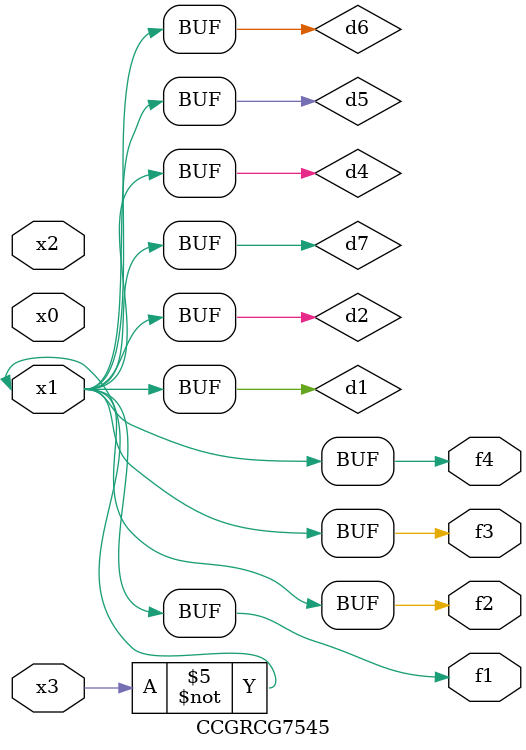
<source format=v>
module CCGRCG7545(
	input x0, x1, x2, x3,
	output f1, f2, f3, f4
);

	wire d1, d2, d3, d4, d5, d6, d7;

	not (d1, x3);
	buf (d2, x1);
	xnor (d3, d1, d2);
	nor (d4, d1);
	buf (d5, d1, d2);
	buf (d6, d4, d5);
	nand (d7, d4);
	assign f1 = d6;
	assign f2 = d7;
	assign f3 = d6;
	assign f4 = d6;
endmodule

</source>
